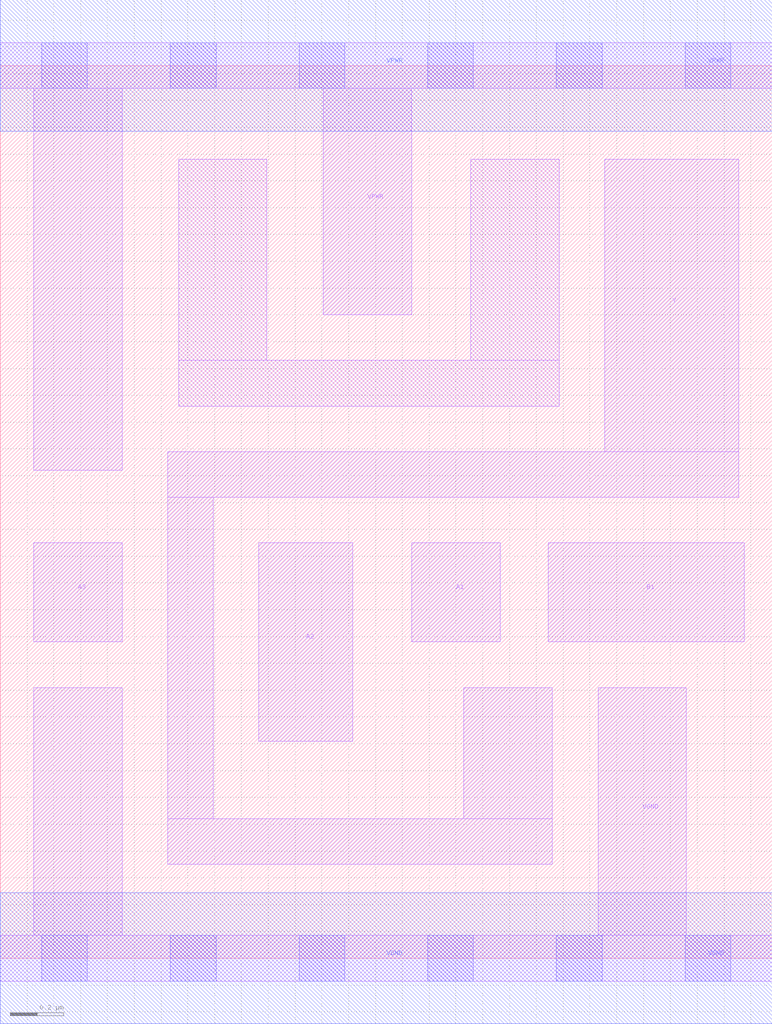
<source format=lef>
# Copyright 2020 The SkyWater PDK Authors
#
# Licensed under the Apache License, Version 2.0 (the "License");
# you may not use this file except in compliance with the License.
# You may obtain a copy of the License at
#
#     https://www.apache.org/licenses/LICENSE-2.0
#
# Unless required by applicable law or agreed to in writing, software
# distributed under the License is distributed on an "AS IS" BASIS,
# WITHOUT WARRANTIES OR CONDITIONS OF ANY KIND, either express or implied.
# See the License for the specific language governing permissions and
# limitations under the License.
#
# SPDX-License-Identifier: Apache-2.0

VERSION 5.7 ;
  NAMESCASESENSITIVE ON ;
  NOWIREEXTENSIONATPIN ON ;
  DIVIDERCHAR "/" ;
  BUSBITCHARS "[]" ;
UNITS
  DATABASE MICRONS 200 ;
END UNITS
MACRO sky130_fd_sc_ls__a31oi_1
  CLASS CORE ;
  SOURCE USER ;
  FOREIGN sky130_fd_sc_ls__a31oi_1 ;
  ORIGIN  0.000000  0.000000 ;
  SIZE  2.880000 BY  3.330000 ;
  SYMMETRY X Y ;
  SITE unit ;
  PIN A1
    ANTENNAGATEAREA  0.279000 ;
    DIRECTION INPUT ;
    USE SIGNAL ;
    PORT
      LAYER li1 ;
        RECT 1.535000 1.180000 1.865000 1.550000 ;
    END
  END A1
  PIN A2
    ANTENNAGATEAREA  0.279000 ;
    DIRECTION INPUT ;
    USE SIGNAL ;
    PORT
      LAYER li1 ;
        RECT 0.965000 0.810000 1.315000 1.550000 ;
    END
  END A2
  PIN A3
    ANTENNAGATEAREA  0.279000 ;
    DIRECTION INPUT ;
    USE SIGNAL ;
    PORT
      LAYER li1 ;
        RECT 0.125000 1.180000 0.455000 1.550000 ;
    END
  END A3
  PIN B1
    ANTENNAGATEAREA  0.279000 ;
    DIRECTION INPUT ;
    USE SIGNAL ;
    PORT
      LAYER li1 ;
        RECT 2.045000 1.180000 2.775000 1.550000 ;
    END
  END B1
  PIN Y
    ANTENNADIFFAREA  0.641200 ;
    DIRECTION OUTPUT ;
    USE SIGNAL ;
    PORT
      LAYER li1 ;
        RECT 0.625000 0.350000 2.060000 0.520000 ;
        RECT 0.625000 0.520000 0.795000 1.720000 ;
        RECT 0.625000 1.720000 2.755000 1.890000 ;
        RECT 1.730000 0.520000 2.060000 1.010000 ;
        RECT 2.255000 1.890000 2.755000 2.980000 ;
    END
  END Y
  PIN VGND
    DIRECTION INOUT ;
    SHAPE ABUTMENT ;
    USE GROUND ;
    PORT
      LAYER li1 ;
        RECT 0.000000 -0.085000 2.880000 0.085000 ;
        RECT 0.125000  0.085000 0.455000 1.010000 ;
        RECT 2.230000  0.085000 2.560000 1.010000 ;
      LAYER mcon ;
        RECT 0.155000 -0.085000 0.325000 0.085000 ;
        RECT 0.635000 -0.085000 0.805000 0.085000 ;
        RECT 1.115000 -0.085000 1.285000 0.085000 ;
        RECT 1.595000 -0.085000 1.765000 0.085000 ;
        RECT 2.075000 -0.085000 2.245000 0.085000 ;
        RECT 2.555000 -0.085000 2.725000 0.085000 ;
      LAYER met1 ;
        RECT 0.000000 -0.245000 2.880000 0.245000 ;
    END
  END VGND
  PIN VPWR
    DIRECTION INOUT ;
    SHAPE ABUTMENT ;
    USE POWER ;
    PORT
      LAYER li1 ;
        RECT 0.000000 3.245000 2.880000 3.415000 ;
        RECT 0.125000 1.820000 0.455000 3.245000 ;
        RECT 1.205000 2.400000 1.535000 3.245000 ;
      LAYER mcon ;
        RECT 0.155000 3.245000 0.325000 3.415000 ;
        RECT 0.635000 3.245000 0.805000 3.415000 ;
        RECT 1.115000 3.245000 1.285000 3.415000 ;
        RECT 1.595000 3.245000 1.765000 3.415000 ;
        RECT 2.075000 3.245000 2.245000 3.415000 ;
        RECT 2.555000 3.245000 2.725000 3.415000 ;
      LAYER met1 ;
        RECT 0.000000 3.085000 2.880000 3.575000 ;
    END
  END VPWR
  OBS
    LAYER li1 ;
      RECT 0.665000 2.060000 2.085000 2.230000 ;
      RECT 0.665000 2.230000 0.995000 2.980000 ;
      RECT 1.755000 2.230000 2.085000 2.980000 ;
  END
END sky130_fd_sc_ls__a31oi_1

</source>
